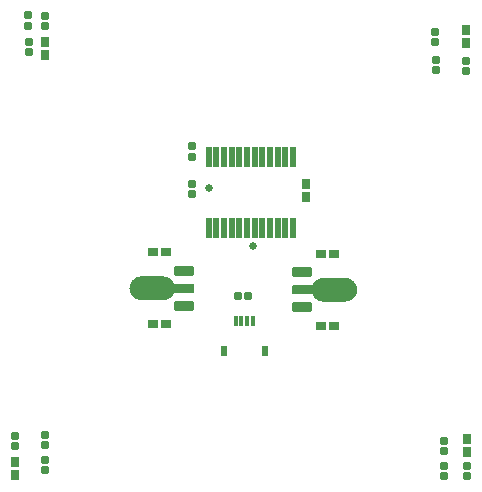
<source format=gbs>
G04 Layer: BottomSolderMaskLayer*
G04 EasyEDA Pro v2.1.44.1.245b18d5.fca1f9, 2024-01-18 14:01:25*
G04 Gerber Generator version 0.3*
G04 Scale: 100 percent, Rotated: No, Reflected: No*
G04 Dimensions in millimeters*
G04 Leading zeros omitted, absolute positions, 3 integers and 5 decimals*
%FSLAX35Y35*%
%MOMM*%
%AMRoundRect*1,1,$1,$2,$3*1,1,$1,$4,$5*1,1,$1,0-$2,0-$3*1,1,$1,0-$4,0-$5*20,1,$1,$2,$3,$4,$5,0*20,1,$1,$4,$5,0-$2,0-$3,0*20,1,$1,0-$2,0-$3,0-$4,0-$5,0*20,1,$1,0-$4,0-$5,$2,$3,0*4,1,4,$2,$3,$4,$5,0-$2,0-$3,0-$4,0-$5,$2,$3,0*%
%ADD10C,0.6516*%
%ADD11RoundRect,0.08981X-0.7934X0.3419X0.7934X0.3419*%
%ADD12RoundRect,0.08981X0.7934X-0.3419X-0.7934X-0.3419*%
%ADD13RoundRect,0.08333X0.20833X-0.40833X-0.20833X-0.40833*%
%ADD14RoundRect,0.08X0.16X-0.41X-0.16X-0.41*%
%ADD15RoundRect,0.08449X-0.20856X0.83356X0.20856X0.83356*%
%ADD16RoundRect,0.08771X-0.40199X0.27695X0.40199X0.27695*%
%ADD17RoundRect,0.08771X0.40199X-0.27695X-0.40199X-0.27695*%
%ADD18RoundRect,0.08771X-0.27695X-0.40199X-0.27695X0.40199*%
%ADD19RoundRect,0.0911X0.27695X0.40199X0.27695X-0.40199*%
%ADD20RoundRect,0.08771X0.27695X0.40199X0.27695X-0.40199*%
%ADD21RoundRect,0.08771X-0.27695X-0.28977X-0.27695X0.28977*%
%ADD22RoundRect,0.08771X0.27695X0.28977X0.27695X-0.28977*%
%ADD23RoundRect,0.08771X-0.28977X0.27695X0.28977X0.27695*%
G75*


G04 Pad Start*
G54D10*
G01X698500Y-508000D03*
G01X1071661Y-998842D03*
G54D11*
G01X491223Y-1208900D03*
G01X491223Y-1508900D03*
G36*
G01X317272Y-1458776D02*
G01X312819Y-1458883D01*
G01X312699Y-1458885D01*
G01X127279D01*
G01X127160Y-1458883D01*
G01X122707Y-1458776D01*
G01X122476Y-1458766D01*
G01X118033Y-1458453D01*
G01X117800Y-1458431D01*
G01X113375Y-1457910D01*
G01X113144Y-1457878D01*
G01X108750Y-1457151D01*
G01X108516Y-1457107D01*
G01X104160Y-1456172D01*
G01X103934Y-1456118D01*
G01X99629Y-1454983D01*
G01X99404Y-1454918D01*
G01X95155Y-1453582D01*
G01X94932Y-1453506D01*
G01X90751Y-1451972D01*
G01X90532Y-1451886D01*
G01X86427Y-1450156D01*
G01X86216Y-1450061D01*
G01X82195Y-1448143D01*
G01X81984Y-1448036D01*
G01X78059Y-1445931D01*
G01X77855Y-1445815D01*
G01X74032Y-1443526D01*
G01X73835Y-1443402D01*
G01X70124Y-1440938D01*
G01X69933Y-1440804D01*
G01X66341Y-1438170D01*
G01X66154Y-1438026D01*
G01X62692Y-1435227D01*
G01X62513Y-1435075D01*
G01X59183Y-1432114D01*
G01X59012Y-1431954D01*
G01X55827Y-1428843D01*
G01X55663Y-1428675D01*
G01X52626Y-1425417D01*
G01X52470Y-1425241D01*
G01X49589Y-1421845D01*
G01X49442Y-1421662D01*
G01X46724Y-1418134D01*
G01X46585Y-1417945D01*
G01X44035Y-1414293D01*
G01X43905Y-1414097D01*
G01X41530Y-1410330D01*
G01X41410Y-1410129D01*
G01X39213Y-1406253D01*
G01X39103Y-1406049D01*
G01X37089Y-1402076D01*
G01X36986Y-1401862D01*
G01X35163Y-1397798D01*
G01X35073Y-1397585D01*
G01X33440Y-1393442D01*
G01X33358Y-1393219D01*
G01X31923Y-1389003D01*
G01X31853Y-1388780D01*
G01X30616Y-1384500D01*
G01X30556Y-1384272D01*
G01X29522Y-1379939D01*
G01X29473Y-1379711D01*
G01X28642Y-1375337D01*
G01X28604Y-1375105D01*
G01X27979Y-1370693D01*
G01X27952Y-1370460D01*
G01X27535Y-1366025D01*
G01X27519Y-1365791D01*
G01X27310Y-1361344D01*
G01X27305Y-1361110D01*
G01Y-1356655D01*
G01X27310Y-1356421D01*
G01X27519Y-1351973D01*
G01X27535Y-1351739D01*
G01X27952Y-1347305D01*
G01X27979Y-1347071D01*
G01X28604Y-1342659D01*
G01X28642Y-1342427D01*
G01X29473Y-1338053D01*
G01X29522Y-1337826D01*
G01X30556Y-1333493D01*
G01X30616Y-1333265D01*
G01X31853Y-1328985D01*
G01X31923Y-1328762D01*
G01X33358Y-1324545D01*
G01X33440Y-1324323D01*
G01X35073Y-1320180D01*
G01X35163Y-1319967D01*
G01X36986Y-1315903D01*
G01X37089Y-1315688D01*
G01X39103Y-1311716D01*
G01X39213Y-1311511D01*
G01X41410Y-1307635D01*
G01X41530Y-1307434D01*
G01X43905Y-1303667D01*
G01X44035Y-1303472D01*
G01X46585Y-1299819D01*
G01X46724Y-1299630D01*
G01X49442Y-1296102D01*
G01X49589Y-1295919D01*
G01X52470Y-1292523D01*
G01X52626Y-1292348D01*
G01X55663Y-1289089D01*
G01X55827Y-1288922D01*
G01X59012Y-1285810D01*
G01X59183Y-1285651D01*
G01X62513Y-1282689D01*
G01X62692Y-1282537D01*
G01X66154Y-1279738D01*
G01X66341Y-1279594D01*
G01X69933Y-1276960D01*
G01X70124Y-1276827D01*
G01X73835Y-1274363D01*
G01X74032Y-1274238D01*
G01X77855Y-1271950D01*
G01X78059Y-1271834D01*
G01X81984Y-1269728D01*
G01X82195Y-1269621D01*
G01X86216Y-1267703D01*
G01X86427Y-1267609D01*
G01X90532Y-1265879D01*
G01X90751Y-1265793D01*
G01X94932Y-1264258D01*
G01X95155Y-1264183D01*
G01X99404Y-1262846D01*
G01X99629Y-1262782D01*
G01X103934Y-1261646D01*
G01X104160Y-1261592D01*
G01X108516Y-1260657D01*
G01X108750Y-1260613D01*
G01X113144Y-1259887D01*
G01X113375Y-1259854D01*
G01X117800Y-1259333D01*
G01X118033Y-1259311D01*
G01X122476Y-1258999D01*
G01X122707Y-1258988D01*
G01X127160Y-1258881D01*
G01X127279Y-1258880D01*
G01X312699D01*
G01X312819Y-1258881D01*
G01X317272Y-1258988D01*
G01X317503Y-1258999D01*
G01X321945Y-1259311D01*
G01X322179Y-1259333D01*
G01X326604Y-1259854D01*
G01X326835Y-1259887D01*
G01X331229Y-1260613D01*
G01X331463Y-1260657D01*
G01X335819Y-1261592D01*
G01X336045Y-1261646D01*
G01X340350Y-1262782D01*
G01X340575Y-1262846D01*
G01X344824Y-1264183D01*
G01X345047Y-1264258D01*
G01X349228Y-1265793D01*
G01X349447Y-1265879D01*
G01X353552Y-1267609D01*
G01X353763Y-1267703D01*
G01X357783Y-1269621D01*
G01X357995Y-1269728D01*
G01X361919Y-1271834D01*
G01X362124Y-1271950D01*
G01X365946Y-1274238D01*
G01X366144Y-1274363D01*
G01X369855Y-1276827D01*
G01X370046Y-1276960D01*
G01X373638Y-1279594D01*
G01X373824Y-1279738D01*
G01X377286Y-1282537D01*
G01X377466Y-1282689D01*
G01X380796Y-1285651D01*
G01X380967Y-1285810D01*
G01X384152Y-1288922D01*
G01X384315Y-1289089D01*
G01X387353Y-1292348D01*
G01X387509Y-1292523D01*
G01X390389Y-1295919D01*
G01X390537Y-1296102D01*
G01X393255Y-1299630D01*
G01X393394Y-1299819D01*
G01X395944Y-1303472D01*
G01X396074Y-1303667D01*
G01X398449Y-1307434D01*
G01X398569Y-1307635D01*
G01X400766Y-1311511D01*
G01X400876Y-1311716D01*
G01X402890Y-1315688D01*
G01X403304Y-1316830D01*
G01X404235Y-1320884D01*
G01X569986D01*
G02X574987Y-1325885I0J-5001D01*
G01Y-1391884D01*
G02X569986Y-1396886I-5001J0D01*
G01X404235D01*
G01X403304Y-1400935D01*
G01X402890Y-1402076D01*
G01X400876Y-1406049D01*
G01X400766Y-1406253D01*
G01X398569Y-1410129D01*
G01X398449Y-1410330D01*
G01X396074Y-1414097D01*
G01X395944Y-1414293D01*
G01X393394Y-1417945D01*
G01X393255Y-1418134D01*
G01X390537Y-1421662D01*
G01X390389Y-1421845D01*
G01X387509Y-1425241D01*
G01X387353Y-1425417D01*
G01X384315Y-1428675D01*
G01X384152Y-1428843D01*
G01X380967Y-1431954D01*
G01X380796Y-1432114D01*
G01X377466Y-1435075D01*
G01X377286Y-1435227D01*
G01X373824Y-1438026D01*
G01X373638Y-1438170D01*
G01X370046Y-1440804D01*
G01X369855Y-1440938D01*
G01X366144Y-1443402D01*
G01X365946Y-1443526D01*
G01X362124Y-1445815D01*
G01X361919Y-1445931D01*
G01X357995Y-1448036D01*
G01X357783Y-1448143D01*
G01X353763Y-1450061D01*
G01X353552Y-1450156D01*
G01X349447Y-1451886D01*
G01X349228Y-1451972D01*
G01X345047Y-1453506D01*
G01X344824Y-1453582D01*
G01X340575Y-1454918D01*
G01X340350Y-1454983D01*
G01X336045Y-1456118D01*
G01X335819Y-1456172D01*
G01X331463Y-1457107D01*
G01X331229Y-1457151D01*
G01X326835Y-1457878D01*
G01X326604Y-1457910D01*
G01X322179Y-1458431D01*
G01X321945Y-1458453D01*
G01X317503Y-1458766D01*
G01X317272Y-1458776D01*
G37*
G54D12*
G01X1489977Y-1521600D03*
G01X1489977Y-1221600D03*
G36*
G01X1668381Y-1471619D02*
G01X1663928Y-1471512D01*
G01X1663697Y-1471501D01*
G01X1659255Y-1471189D01*
G01X1659021Y-1471167D01*
G01X1654596Y-1470646D01*
G01X1654365Y-1470613D01*
G01X1649971Y-1469887D01*
G01X1649737Y-1469843D01*
G01X1645381Y-1468908D01*
G01X1645155Y-1468854D01*
G01X1640850Y-1467718D01*
G01X1640625Y-1467654D01*
G01X1636376Y-1466317D01*
G01X1636153Y-1466242D01*
G01X1631972Y-1464707D01*
G01X1631753Y-1464621D01*
G01X1627648Y-1462891D01*
G01X1627437Y-1462797D01*
G01X1623417Y-1460879D01*
G01X1623205Y-1460772D01*
G01X1619281Y-1458666D01*
G01X1619076Y-1458550D01*
G01X1615254Y-1456262D01*
G01X1615056Y-1456137D01*
G01X1611345Y-1453673D01*
G01X1611154Y-1453540D01*
G01X1607562Y-1450906D01*
G01X1607376Y-1450762D01*
G01X1603914Y-1447963D01*
G01X1603734Y-1447811D01*
G01X1600404Y-1444849D01*
G01X1600233Y-1444690D01*
G01X1597048Y-1441578D01*
G01X1596885Y-1441411D01*
G01X1593847Y-1438152D01*
G01X1593691Y-1437977D01*
G01X1590811Y-1434581D01*
G01X1590663Y-1434398D01*
G01X1587945Y-1430870D01*
G01X1587806Y-1430681D01*
G01X1585256Y-1427028D01*
G01X1585126Y-1426833D01*
G01X1582751Y-1423066D01*
G01X1582631Y-1422865D01*
G01X1580434Y-1418989D01*
G01X1580324Y-1418784D01*
G01X1578310Y-1414812D01*
G01X1577896Y-1413670D01*
G01X1576965Y-1409616D01*
G01X1411214D01*
G02X1406213Y-1404615I0J5001D01*
G01Y-1338616D01*
G02X1411214Y-1333614I5001J0D01*
G01X1576965D01*
G01X1577896Y-1329565D01*
G01X1578310Y-1328424D01*
G01X1580324Y-1324451D01*
G01X1580434Y-1324247D01*
G01X1582631Y-1320371D01*
G01X1582751Y-1320170D01*
G01X1585126Y-1316403D01*
G01X1585256Y-1316207D01*
G01X1587806Y-1312555D01*
G01X1587945Y-1312366D01*
G01X1590663Y-1308838D01*
G01X1590811Y-1308655D01*
G01X1593691Y-1305259D01*
G01X1593847Y-1305083D01*
G01X1596885Y-1301825D01*
G01X1597048Y-1301657D01*
G01X1600233Y-1298546D01*
G01X1600404Y-1298386D01*
G01X1603734Y-1295425D01*
G01X1603914Y-1295273D01*
G01X1607376Y-1292474D01*
G01X1607562Y-1292330D01*
G01X1611154Y-1289696D01*
G01X1611345Y-1289562D01*
G01X1615056Y-1287098D01*
G01X1615254Y-1286974D01*
G01X1619076Y-1284685D01*
G01X1619281Y-1284569D01*
G01X1623205Y-1282464D01*
G01X1623417Y-1282357D01*
G01X1627437Y-1280439D01*
G01X1627648Y-1280344D01*
G01X1631753Y-1278614D01*
G01X1631972Y-1278528D01*
G01X1636153Y-1276994D01*
G01X1636376Y-1276918D01*
G01X1640625Y-1275582D01*
G01X1640850Y-1275517D01*
G01X1645155Y-1274382D01*
G01X1645381Y-1274328D01*
G01X1649737Y-1273393D01*
G01X1649971Y-1273349D01*
G01X1654365Y-1272622D01*
G01X1654596Y-1272590D01*
G01X1659021Y-1272069D01*
G01X1659255Y-1272047D01*
G01X1663697Y-1271734D01*
G01X1663928Y-1271724D01*
G01X1668381Y-1271617D01*
G01X1668501Y-1271615D01*
G01X1853921D01*
G01X1854040Y-1271617D01*
G01X1858493Y-1271724D01*
G01X1858724Y-1271734D01*
G01X1863167Y-1272047D01*
G01X1863400Y-1272069D01*
G01X1867825Y-1272590D01*
G01X1868056Y-1272622D01*
G01X1872450Y-1273349D01*
G01X1872684Y-1273393D01*
G01X1877040Y-1274328D01*
G01X1877266Y-1274382D01*
G01X1881571Y-1275517D01*
G01X1881796Y-1275582D01*
G01X1886045Y-1276918D01*
G01X1886268Y-1276994D01*
G01X1890449Y-1278528D01*
G01X1890668Y-1278614D01*
G01X1894773Y-1280344D01*
G01X1894984Y-1280439D01*
G01X1899005Y-1282357D01*
G01X1899216Y-1282464D01*
G01X1903141Y-1284569D01*
G01X1903345Y-1284685D01*
G01X1907168Y-1286974D01*
G01X1907365Y-1287098D01*
G01X1911076Y-1289562D01*
G01X1911267Y-1289696D01*
G01X1914859Y-1292330D01*
G01X1915046Y-1292474D01*
G01X1918508Y-1295273D01*
G01X1918687Y-1295425D01*
G01X1922017Y-1298386D01*
G01X1922188Y-1298546D01*
G01X1925373Y-1301657D01*
G01X1925537Y-1301825D01*
G01X1928574Y-1305083D01*
G01X1928730Y-1305259D01*
G01X1931611Y-1308655D01*
G01X1931758Y-1308838D01*
G01X1931759D01*
G01X1934476Y-1312366D01*
G01X1934615Y-1312555D01*
G01X1937165Y-1316207D01*
G01X1937295Y-1316403D01*
G01X1939670Y-1320170D01*
G01X1939790Y-1320371D01*
G01X1941987Y-1324247D01*
G01X1942097Y-1324451D01*
G01X1944111Y-1328424D01*
G01X1944214Y-1328638D01*
G01X1946037Y-1332702D01*
G01X1946127Y-1332915D01*
G01X1947760Y-1337058D01*
G01X1947842Y-1337281D01*
G01X1949277Y-1341497D01*
G01X1949347Y-1341720D01*
G01X1950584Y-1346000D01*
G01X1950644Y-1346228D01*
G01X1951678Y-1350561D01*
G01X1951727Y-1350789D01*
G01X1952558Y-1355163D01*
G01X1952596Y-1355395D01*
G01X1953221Y-1359806D01*
G01Y-1359807D01*
G01X1953248Y-1360040D01*
G01X1953665Y-1364475D01*
G01X1953681Y-1364709D01*
G01X1953890Y-1369156D01*
G01X1953895Y-1369390D01*
G01Y-1373845D01*
G01X1953890Y-1374079D01*
G01X1953681Y-1378527D01*
G01X1953665Y-1378761D01*
G01X1953248Y-1383195D01*
G01X1953221Y-1383429D01*
G01X1952596Y-1387841D01*
G01X1952558Y-1388073D01*
G01X1951727Y-1392447D01*
G01X1951678Y-1392674D01*
G01X1950644Y-1397007D01*
G01X1950584Y-1397235D01*
G01X1949347Y-1401515D01*
G01X1949277Y-1401738D01*
G01X1947842Y-1405955D01*
G01X1947760Y-1406177D01*
G01X1946127Y-1410320D01*
G01X1946037Y-1410533D01*
G01X1944214Y-1414597D01*
G01X1944111Y-1414812D01*
G01X1942097Y-1418784D01*
G01X1941987Y-1418989D01*
G01X1939790Y-1422865D01*
G01X1939670Y-1423066D01*
G01X1937295Y-1426833D01*
G01X1937165Y-1427028D01*
G01X1934615Y-1430681D01*
G01X1934476Y-1430870D01*
G01X1931759Y-1434398D01*
G01X1931758D01*
G01X1931611Y-1434581D01*
G01X1928730Y-1437977D01*
G01X1928574Y-1438152D01*
G01X1925537Y-1441411D01*
G01X1925373Y-1441578D01*
G01X1922188Y-1444690D01*
G01X1922017Y-1444849D01*
G01X1918687Y-1447811D01*
G01X1918508Y-1447963D01*
G01X1915046Y-1450762D01*
G01X1914859Y-1450906D01*
G01X1911267Y-1453540D01*
G01X1911076Y-1453673D01*
G01X1907365Y-1456137D01*
G01X1907168Y-1456262D01*
G01X1903345Y-1458550D01*
G01X1903141Y-1458666D01*
G01X1899216Y-1460772D01*
G01X1899005Y-1460879D01*
G01X1894984Y-1462797D01*
G01X1894773Y-1462891D01*
G01X1890668Y-1464621D01*
G01X1890449Y-1464707D01*
G01X1886268Y-1466242D01*
G01X1886045Y-1466317D01*
G01X1881796Y-1467654D01*
G01X1881571Y-1467718D01*
G01X1877266Y-1468854D01*
G01X1877040Y-1468908D01*
G01X1872684Y-1469843D01*
G01X1872450Y-1469887D01*
G01X1868056Y-1470613D01*
G01X1867825Y-1470646D01*
G01X1863400Y-1471167D01*
G01X1863167Y-1471189D01*
G01X1858724Y-1471501D01*
G01X1858493Y-1471512D01*
G01X1854040Y-1471619D01*
G01X1853921Y-1471620D01*
G01X1668501D01*
G01X1668381Y-1471619D01*
G37*
G54D13*
G01X1175006Y-1890306D03*
G54D14*
G01X924994Y-1640294D03*
G01X975006Y-1640294D03*
G01X1024994Y-1640294D03*
G01X1075006Y-1640294D03*
G54D13*
G01X824994Y-1890306D03*
G54D15*
G01X1021613Y-243840D03*
G01X956615Y-243840D03*
G01X891616Y-243840D03*
G01X826618Y-243840D03*
G01X761619Y-243840D03*
G01X696620Y-243840D03*
G01X1086587Y-243840D03*
G01X1411580Y-243840D03*
G01X1346606Y-243840D03*
G01X1281608Y-243840D03*
G01X1216609Y-243840D03*
G01X1151611Y-243840D03*
G01X956615Y-848360D03*
G01X891616Y-848360D03*
G01X826618Y-848360D03*
G01X761619Y-848360D03*
G01X696620Y-848360D03*
G01X1021613Y-848360D03*
G01X1411580Y-848360D03*
G01X1346606Y-848360D03*
G01X1281608Y-848360D03*
G01X1216609Y-848360D03*
G01X1151611Y-848360D03*
G01X1086587Y-848360D03*
G54D16*
G01X333908Y-1663700D03*
G01X224892Y-1663700D03*
G54D17*
G01X224892Y-1054100D03*
G01X333908Y-1054100D03*
G01X1647292Y-1066800D03*
G01X1756308Y-1066800D03*
G54D16*
G01X1756308Y-1676400D03*
G01X1647292Y-1676400D03*
G54D18*
G01X-939800Y-2828392D03*
G01X-939800Y-2937408D03*
G01X2882900Y-2637892D03*
G01X2882900Y-2746908D03*
G54D20*
G01X-685800Y618592D03*
G01X-685800Y727608D03*
G54D18*
G01X2879192Y825500D03*
G01X2879192Y716483D03*
G01X1524000Y-478892D03*
G01X1524000Y-587908D03*
G54D21*
G01X2692400Y-2865018D03*
G01X2692400Y-2951582D03*
G01X2882900Y-2865018D03*
G01X2882900Y-2951582D03*
G01X2692400Y-2649118D03*
G01X2692400Y-2735682D03*
G54D22*
G01X-685800Y-2684882D03*
G01X-685800Y-2598318D03*
G01X-939800Y-2697582D03*
G01X-939800Y-2611018D03*
G54D21*
G01X-685800Y-2814218D03*
G01X-685800Y-2900782D03*
G54D22*
G01X-685800Y858418D03*
G01X-685800Y944982D03*
G01X-830682Y863600D03*
G01X-830682Y950163D03*
G54D21*
G01X-825500Y729082D03*
G01X-825500Y642518D03*
G54D22*
G01X2623718Y487274D03*
G01X2623718Y573837D03*
G01X2880415Y481076D03*
G01X2880415Y567639D03*
G01X2611018Y723900D03*
G01X2611018Y810463D03*
G54D21*
G01X558800Y-157582D03*
G01X558800Y-244145D03*
G54D23*
G01X1033882Y-1422400D03*
G01X947318Y-1422400D03*
G54D22*
G01X558800Y-563982D03*
G01X558800Y-477418D03*
G04 Pad End*

M02*

</source>
